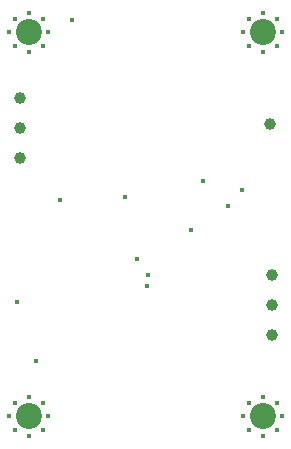
<source format=gbr>
%TF.GenerationSoftware,KiCad,Pcbnew,(6.0.1)*%
%TF.CreationDate,2022-02-11T00:15:21+08:00*%
%TF.ProjectId,OpenEMG_SMD_ver2.1,4f70656e-454d-4475-9f53-4d445f766572,rev?*%
%TF.SameCoordinates,PX6d01460PY54c81a0*%
%TF.FileFunction,Plated,1,2,PTH,Drill*%
%TF.FilePolarity,Positive*%
%FSLAX46Y46*%
G04 Gerber Fmt 4.6, Leading zero omitted, Abs format (unit mm)*
G04 Created by KiCad (PCBNEW (6.0.1)) date 2022-02-11 00:15:21*
%MOMM*%
%LPD*%
G01*
G04 APERTURE LIST*
%TA.AperFunction,ViaDrill*%
%ADD10C,0.400000*%
%TD*%
%TA.AperFunction,ComponentDrill*%
%ADD11C,0.400000*%
%TD*%
%TA.AperFunction,ComponentDrill*%
%ADD12C,1.000000*%
%TD*%
%TA.AperFunction,ComponentDrill*%
%ADD13C,2.200000*%
%TD*%
G04 APERTURE END LIST*
D10*
X1778000Y12446000D03*
X3429000Y7493000D03*
X5461000Y21082000D03*
X6477000Y36322000D03*
X10972480Y21386480D03*
X11938000Y16129000D03*
X12827000Y13843000D03*
X12890500Y14795500D03*
X16510000Y18542000D03*
X17526000Y22733000D03*
X19685000Y20574000D03*
X20828000Y21971000D03*
D11*
%TO.C,H3*%
X1144000Y35306000D03*
%TO.C,H6*%
X1144000Y2794000D03*
%TO.C,H3*%
X1627274Y36472726D03*
X1627274Y34139274D03*
%TO.C,H6*%
X1627274Y3960726D03*
X1627274Y1627274D03*
%TO.C,H3*%
X2794000Y36956000D03*
X2794000Y33656000D03*
%TO.C,H6*%
X2794000Y4444000D03*
X2794000Y1144000D03*
%TO.C,H3*%
X3960726Y36472726D03*
X3960726Y34139274D03*
%TO.C,H6*%
X3960726Y3960726D03*
X3960726Y1627274D03*
%TO.C,H3*%
X4444000Y35306000D03*
%TO.C,H6*%
X4444000Y2794000D03*
%TO.C,H4*%
X20956000Y35306000D03*
%TO.C,H5*%
X20956000Y2794000D03*
%TO.C,H4*%
X21439274Y36472726D03*
X21439274Y34139274D03*
%TO.C,H5*%
X21439274Y3960726D03*
X21439274Y1627274D03*
%TO.C,H4*%
X22606000Y36956000D03*
X22606000Y33656000D03*
%TO.C,H5*%
X22606000Y4444000D03*
X22606000Y1144000D03*
%TO.C,H4*%
X23772726Y36472726D03*
X23772726Y34139274D03*
%TO.C,H5*%
X23772726Y3960726D03*
X23772726Y1627274D03*
%TO.C,H4*%
X24256000Y35306000D03*
%TO.C,H5*%
X24256000Y2794000D03*
D12*
%TO.C,J1*%
X2032000Y29718000D03*
X2032000Y27178000D03*
X2032000Y24638000D03*
%TO.C,J3*%
X23241000Y27559000D03*
%TO.C,J2*%
X23368000Y14732000D03*
X23368000Y12192000D03*
X23368000Y9652000D03*
D13*
%TO.C,H3*%
X2794000Y35306000D03*
%TO.C,H6*%
X2794000Y2794000D03*
%TO.C,H4*%
X22606000Y35306000D03*
%TO.C,H5*%
X22606000Y2794000D03*
M02*

</source>
